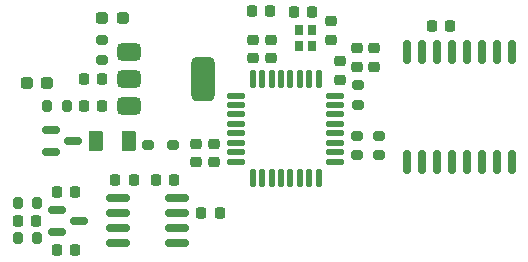
<source format=gtp>
G04 #@! TF.GenerationSoftware,KiCad,Pcbnew,8.0.8*
G04 #@! TF.CreationDate,2025-02-03T14:10:50+01:00*
G04 #@! TF.ProjectId,ASS,4153532e-6b69-4636-9164-5f7063625858,rev?*
G04 #@! TF.SameCoordinates,PX5f5e100PY4c4b400*
G04 #@! TF.FileFunction,Paste,Top*
G04 #@! TF.FilePolarity,Positive*
%FSLAX46Y46*%
G04 Gerber Fmt 4.6, Leading zero omitted, Abs format (unit mm)*
G04 Created by KiCad (PCBNEW 8.0.8) date 2025-02-03 14:10:50*
%MOMM*%
%LPD*%
G01*
G04 APERTURE LIST*
G04 Aperture macros list*
%AMRoundRect*
0 Rectangle with rounded corners*
0 $1 Rounding radius*
0 $2 $3 $4 $5 $6 $7 $8 $9 X,Y pos of 4 corners*
0 Add a 4 corners polygon primitive as box body*
4,1,4,$2,$3,$4,$5,$6,$7,$8,$9,$2,$3,0*
0 Add four circle primitives for the rounded corners*
1,1,$1+$1,$2,$3*
1,1,$1+$1,$4,$5*
1,1,$1+$1,$6,$7*
1,1,$1+$1,$8,$9*
0 Add four rect primitives between the rounded corners*
20,1,$1+$1,$2,$3,$4,$5,0*
20,1,$1+$1,$4,$5,$6,$7,0*
20,1,$1+$1,$6,$7,$8,$9,0*
20,1,$1+$1,$8,$9,$2,$3,0*%
G04 Aperture macros list end*
%ADD10R,0.800000X0.900000*%
%ADD11RoundRect,0.150000X-0.587500X-0.150000X0.587500X-0.150000X0.587500X0.150000X-0.587500X0.150000X0*%
%ADD12RoundRect,0.200000X0.275000X-0.200000X0.275000X0.200000X-0.275000X0.200000X-0.275000X-0.200000X0*%
%ADD13RoundRect,0.225000X0.250000X-0.225000X0.250000X0.225000X-0.250000X0.225000X-0.250000X-0.225000X0*%
%ADD14RoundRect,0.225000X0.225000X0.250000X-0.225000X0.250000X-0.225000X-0.250000X0.225000X-0.250000X0*%
%ADD15RoundRect,0.237500X-0.287500X-0.237500X0.287500X-0.237500X0.287500X0.237500X-0.287500X0.237500X0*%
%ADD16RoundRect,0.225000X-0.225000X-0.250000X0.225000X-0.250000X0.225000X0.250000X-0.225000X0.250000X0*%
%ADD17RoundRect,0.250000X-0.375000X-0.625000X0.375000X-0.625000X0.375000X0.625000X-0.375000X0.625000X0*%
%ADD18RoundRect,0.200000X0.200000X0.275000X-0.200000X0.275000X-0.200000X-0.275000X0.200000X-0.275000X0*%
%ADD19RoundRect,0.200000X-0.275000X-0.200000X0.275000X-0.200000X0.275000X0.200000X-0.275000X0.200000X0*%
%ADD20RoundRect,0.150000X0.825000X0.150000X-0.825000X0.150000X-0.825000X-0.150000X0.825000X-0.150000X0*%
%ADD21RoundRect,0.237500X0.287500X0.237500X-0.287500X0.237500X-0.287500X-0.237500X0.287500X-0.237500X0*%
%ADD22RoundRect,0.200000X-0.200000X-0.275000X0.200000X-0.275000X0.200000X0.275000X-0.200000X0.275000X0*%
%ADD23RoundRect,0.375000X-0.625000X-0.375000X0.625000X-0.375000X0.625000X0.375000X-0.625000X0.375000X0*%
%ADD24RoundRect,0.500000X-0.500000X-1.400000X0.500000X-1.400000X0.500000X1.400000X-0.500000X1.400000X0*%
%ADD25RoundRect,0.150000X-0.150000X0.875000X-0.150000X-0.875000X0.150000X-0.875000X0.150000X0.875000X0*%
%ADD26RoundRect,0.225000X-0.250000X0.225000X-0.250000X-0.225000X0.250000X-0.225000X0.250000X0.225000X0*%
%ADD27RoundRect,0.125000X-0.125000X0.625000X-0.125000X-0.625000X0.125000X-0.625000X0.125000X0.625000X0*%
%ADD28RoundRect,0.125000X-0.625000X0.125000X-0.625000X-0.125000X0.625000X-0.125000X0.625000X0.125000X0*%
G04 APERTURE END LIST*
D10*
X33227500Y20340000D03*
X33227500Y18940000D03*
X34327500Y18940000D03*
X34327500Y20340000D03*
D11*
X12212500Y9962500D03*
X14087500Y10912500D03*
X12212500Y11862500D03*
D12*
X38140000Y9695000D03*
X38140000Y11345000D03*
D13*
X36687500Y16125000D03*
X36687500Y17675000D03*
D14*
X22670000Y7600000D03*
X21120000Y7600000D03*
D13*
X39620000Y17225000D03*
X39620000Y18775000D03*
X24557500Y9120000D03*
X24557500Y10670000D03*
D14*
X16590000Y13860000D03*
X15040000Y13860000D03*
D12*
X16580000Y17800000D03*
X16580000Y19450000D03*
D15*
X10175000Y15850000D03*
X11925000Y15850000D03*
D16*
X24967500Y4800000D03*
X26517500Y4800000D03*
D12*
X40060000Y9695000D03*
X40060000Y11345000D03*
D14*
X14292500Y1680948D03*
X12742500Y1680948D03*
X16600000Y16150000D03*
X15050000Y16150000D03*
D17*
X16060000Y10932500D03*
X18860000Y10932500D03*
D13*
X29367500Y17940000D03*
X29367500Y19490000D03*
D18*
X11085000Y2670000D03*
X9435000Y2670000D03*
D16*
X12762500Y6620948D03*
X14312500Y6620948D03*
X29245000Y21890000D03*
X30795000Y21890000D03*
D13*
X30867500Y17940000D03*
X30867500Y19490000D03*
D19*
X20450000Y10580000D03*
X22550000Y10580000D03*
D20*
X22907500Y2259052D03*
X22907500Y3529052D03*
X22907500Y4799052D03*
X22907500Y6069052D03*
X17957500Y6069052D03*
X17957500Y4799052D03*
X17957500Y3529052D03*
X17957500Y2259052D03*
D16*
X32787500Y21850000D03*
X34337500Y21850000D03*
D21*
X18325000Y21330000D03*
X16575000Y21330000D03*
D22*
X9432500Y5650948D03*
X11082500Y5650948D03*
D16*
X17695000Y7620000D03*
X19245000Y7620000D03*
D18*
X13575000Y13850000D03*
X11925000Y13850000D03*
D23*
X18830000Y18460000D03*
X18830000Y16160000D03*
D24*
X25130000Y16160000D03*
D23*
X18830000Y13860000D03*
D25*
X51255000Y18470000D03*
X49985000Y18470000D03*
X48715000Y18470000D03*
X47445000Y18470000D03*
X46175000Y18470000D03*
X44905000Y18470000D03*
X43635000Y18470000D03*
X42365000Y18470000D03*
X42365000Y9170000D03*
X43635000Y9170000D03*
X44905000Y9170000D03*
X46175000Y9170000D03*
X47445000Y9170000D03*
X48715000Y9170000D03*
X49985000Y9170000D03*
X51255000Y9170000D03*
D26*
X35927500Y21040000D03*
X35927500Y19490000D03*
D14*
X46050000Y20647500D03*
X44500000Y20647500D03*
D11*
X12745000Y5100000D03*
X12745000Y3200000D03*
X14620000Y4150000D03*
D12*
X38200000Y13975000D03*
X38200000Y15625000D03*
D13*
X26090000Y9140000D03*
X26090000Y10690000D03*
X38150000Y17225000D03*
X38150000Y18775000D03*
D14*
X10995000Y4150000D03*
X9445000Y4150000D03*
D27*
X34917500Y16145000D03*
X34117500Y16145000D03*
X33317500Y16145000D03*
X32517500Y16145000D03*
X31717500Y16145000D03*
X30917500Y16145000D03*
X30117500Y16145000D03*
X29317500Y16145000D03*
D28*
X27942500Y14770000D03*
X27942500Y13970000D03*
X27942500Y13170000D03*
X27942500Y12370000D03*
X27942500Y11570000D03*
X27942500Y10770000D03*
X27942500Y9970000D03*
X27942500Y9170000D03*
D27*
X29317500Y7795000D03*
X30117500Y7795000D03*
X30917500Y7795000D03*
X31717500Y7795000D03*
X32517500Y7795000D03*
X33317500Y7795000D03*
X34117500Y7795000D03*
X34917500Y7795000D03*
D28*
X36292500Y9170000D03*
X36292500Y9970000D03*
X36292500Y10770000D03*
X36292500Y11570000D03*
X36292500Y12370000D03*
X36292500Y13170000D03*
X36292500Y13970000D03*
X36292500Y14770000D03*
M02*

</source>
